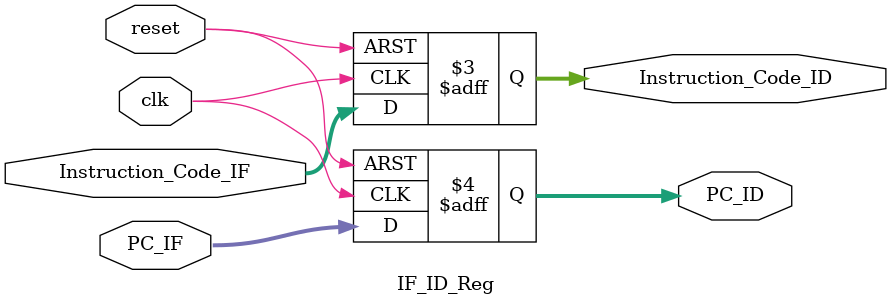
<source format=v>
`timescale 1ns / 1ps

module IF_ID_Reg(
    input clk,
    input reset,
    input [7:0] Instruction_Code_IF,
	 input [7:0] PC_IF,
    output reg [7:0] Instruction_Code_ID,
	 output reg [7:0] PC_ID
    );

	always @(posedge clk, negedge reset) begin
		if (reset == 1'b0)
			begin 
			Instruction_Code_ID = 8'b0;
			PC_ID = 8'b0;
			end
		else
			begin
			Instruction_Code_ID = Instruction_Code_IF;
			PC_ID = PC_IF;
			end

	end

endmodule

</source>
